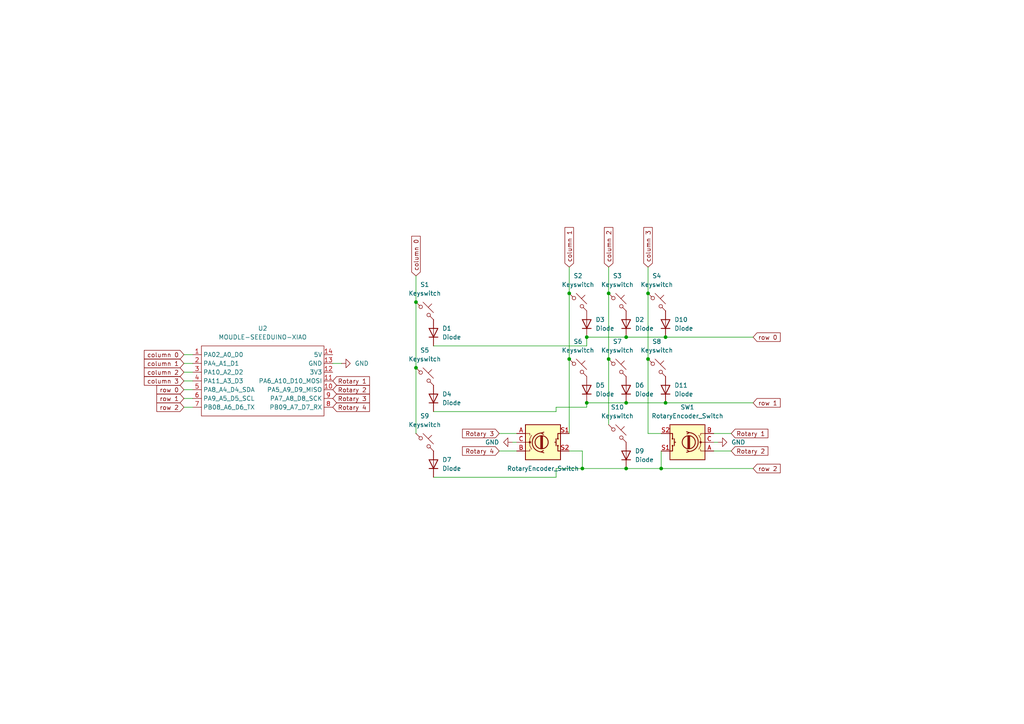
<source format=kicad_sch>
(kicad_sch
	(version 20231120)
	(generator "eeschema")
	(generator_version "8.0")
	(uuid "8f6061b9-6ba9-47dc-9113-7799c2e3b4d2")
	(paper "A4")
	(lib_symbols
		(symbol "Device:RotaryEncoder_Switch"
			(pin_names
				(offset 0.254) hide)
			(exclude_from_sim no)
			(in_bom yes)
			(on_board yes)
			(property "Reference" "SW"
				(at 0 6.604 0)
				(effects
					(font
						(size 1.27 1.27)
					)
				)
			)
			(property "Value" "RotaryEncoder_Switch"
				(at 0 -6.604 0)
				(effects
					(font
						(size 1.27 1.27)
					)
				)
			)
			(property "Footprint" ""
				(at -3.81 4.064 0)
				(effects
					(font
						(size 1.27 1.27)
					)
					(hide yes)
				)
			)
			(property "Datasheet" "~"
				(at 0 6.604 0)
				(effects
					(font
						(size 1.27 1.27)
					)
					(hide yes)
				)
			)
			(property "Description" "Rotary encoder, dual channel, incremental quadrate outputs, with switch"
				(at 0 0 0)
				(effects
					(font
						(size 1.27 1.27)
					)
					(hide yes)
				)
			)
			(property "ki_keywords" "rotary switch encoder switch push button"
				(at 0 0 0)
				(effects
					(font
						(size 1.27 1.27)
					)
					(hide yes)
				)
			)
			(property "ki_fp_filters" "RotaryEncoder*Switch*"
				(at 0 0 0)
				(effects
					(font
						(size 1.27 1.27)
					)
					(hide yes)
				)
			)
			(symbol "RotaryEncoder_Switch_0_1"
				(rectangle
					(start -5.08 5.08)
					(end 5.08 -5.08)
					(stroke
						(width 0.254)
						(type default)
					)
					(fill
						(type background)
					)
				)
				(circle
					(center -3.81 0)
					(radius 0.254)
					(stroke
						(width 0)
						(type default)
					)
					(fill
						(type outline)
					)
				)
				(circle
					(center -0.381 0)
					(radius 1.905)
					(stroke
						(width 0.254)
						(type default)
					)
					(fill
						(type none)
					)
				)
				(arc
					(start -0.381 2.667)
					(mid -3.0988 -0.0635)
					(end -0.381 -2.794)
					(stroke
						(width 0.254)
						(type default)
					)
					(fill
						(type none)
					)
				)
				(polyline
					(pts
						(xy -0.635 -1.778) (xy -0.635 1.778)
					)
					(stroke
						(width 0.254)
						(type default)
					)
					(fill
						(type none)
					)
				)
				(polyline
					(pts
						(xy -0.381 -1.778) (xy -0.381 1.778)
					)
					(stroke
						(width 0.254)
						(type default)
					)
					(fill
						(type none)
					)
				)
				(polyline
					(pts
						(xy -0.127 1.778) (xy -0.127 -1.778)
					)
					(stroke
						(width 0.254)
						(type default)
					)
					(fill
						(type none)
					)
				)
				(polyline
					(pts
						(xy 3.81 0) (xy 3.429 0)
					)
					(stroke
						(width 0.254)
						(type default)
					)
					(fill
						(type none)
					)
				)
				(polyline
					(pts
						(xy 3.81 1.016) (xy 3.81 -1.016)
					)
					(stroke
						(width 0.254)
						(type default)
					)
					(fill
						(type none)
					)
				)
				(polyline
					(pts
						(xy -5.08 -2.54) (xy -3.81 -2.54) (xy -3.81 -2.032)
					)
					(stroke
						(width 0)
						(type default)
					)
					(fill
						(type none)
					)
				)
				(polyline
					(pts
						(xy -5.08 2.54) (xy -3.81 2.54) (xy -3.81 2.032)
					)
					(stroke
						(width 0)
						(type default)
					)
					(fill
						(type none)
					)
				)
				(polyline
					(pts
						(xy 0.254 -3.048) (xy -0.508 -2.794) (xy 0.127 -2.413)
					)
					(stroke
						(width 0.254)
						(type default)
					)
					(fill
						(type none)
					)
				)
				(polyline
					(pts
						(xy 0.254 2.921) (xy -0.508 2.667) (xy 0.127 2.286)
					)
					(stroke
						(width 0.254)
						(type default)
					)
					(fill
						(type none)
					)
				)
				(polyline
					(pts
						(xy 5.08 -2.54) (xy 4.318 -2.54) (xy 4.318 -1.016)
					)
					(stroke
						(width 0.254)
						(type default)
					)
					(fill
						(type none)
					)
				)
				(polyline
					(pts
						(xy 5.08 2.54) (xy 4.318 2.54) (xy 4.318 1.016)
					)
					(stroke
						(width 0.254)
						(type default)
					)
					(fill
						(type none)
					)
				)
				(polyline
					(pts
						(xy -5.08 0) (xy -3.81 0) (xy -3.81 -1.016) (xy -3.302 -2.032)
					)
					(stroke
						(width 0)
						(type default)
					)
					(fill
						(type none)
					)
				)
				(polyline
					(pts
						(xy -4.318 0) (xy -3.81 0) (xy -3.81 1.016) (xy -3.302 2.032)
					)
					(stroke
						(width 0)
						(type default)
					)
					(fill
						(type none)
					)
				)
				(circle
					(center 4.318 -1.016)
					(radius 0.127)
					(stroke
						(width 0.254)
						(type default)
					)
					(fill
						(type none)
					)
				)
				(circle
					(center 4.318 1.016)
					(radius 0.127)
					(stroke
						(width 0.254)
						(type default)
					)
					(fill
						(type none)
					)
				)
			)
			(symbol "RotaryEncoder_Switch_1_1"
				(pin passive line
					(at -7.62 2.54 0)
					(length 2.54)
					(name "A"
						(effects
							(font
								(size 1.27 1.27)
							)
						)
					)
					(number "A"
						(effects
							(font
								(size 1.27 1.27)
							)
						)
					)
				)
				(pin passive line
					(at -7.62 -2.54 0)
					(length 2.54)
					(name "B"
						(effects
							(font
								(size 1.27 1.27)
							)
						)
					)
					(number "B"
						(effects
							(font
								(size 1.27 1.27)
							)
						)
					)
				)
				(pin passive line
					(at -7.62 0 0)
					(length 2.54)
					(name "C"
						(effects
							(font
								(size 1.27 1.27)
							)
						)
					)
					(number "C"
						(effects
							(font
								(size 1.27 1.27)
							)
						)
					)
				)
				(pin passive line
					(at 7.62 2.54 180)
					(length 2.54)
					(name "S1"
						(effects
							(font
								(size 1.27 1.27)
							)
						)
					)
					(number "S1"
						(effects
							(font
								(size 1.27 1.27)
							)
						)
					)
				)
				(pin passive line
					(at 7.62 -2.54 180)
					(length 2.54)
					(name "S2"
						(effects
							(font
								(size 1.27 1.27)
							)
						)
					)
					(number "S2"
						(effects
							(font
								(size 1.27 1.27)
							)
						)
					)
				)
			)
		)
		(symbol "blahaj:MOUDLE-SEEEDUINO-XIAO"
			(exclude_from_sim no)
			(in_bom yes)
			(on_board yes)
			(property "Reference" "U"
				(at -16.51 11.43 0)
				(effects
					(font
						(size 1.27 1.27)
					)
				)
			)
			(property "Value" "MOUDLE-SEEEDUINO-XIAO"
				(at -3.81 -11.43 0)
				(effects
					(font
						(size 1.27 1.27)
					)
				)
			)
			(property "Footprint" ""
				(at -16.51 2.54 0)
				(effects
					(font
						(size 1.27 1.27)
					)
					(hide yes)
				)
			)
			(property "Datasheet" ""
				(at -16.51 2.54 0)
				(effects
					(font
						(size 1.27 1.27)
					)
					(hide yes)
				)
			)
			(property "Description" ""
				(at 0 0 0)
				(effects
					(font
						(size 1.27 1.27)
					)
					(hide yes)
				)
			)
			(symbol "MOUDLE-SEEEDUINO-XIAO_0_1"
				(rectangle
					(start -16.51 10.16)
					(end 19.05 -10.16)
					(stroke
						(width 0)
						(type default)
					)
					(fill
						(type none)
					)
				)
			)
			(symbol "MOUDLE-SEEEDUINO-XIAO_1_1"
				(pin passive line
					(at -19.05 7.62 0)
					(length 2.54)
					(name "PA02_A0_D0"
						(effects
							(font
								(size 1.27 1.27)
							)
						)
					)
					(number "1"
						(effects
							(font
								(size 1.27 1.27)
							)
						)
					)
				)
				(pin passive line
					(at 21.59 -2.54 180)
					(length 2.54)
					(name "PA5_A9_D9_MISO"
						(effects
							(font
								(size 1.27 1.27)
							)
						)
					)
					(number "10"
						(effects
							(font
								(size 1.27 1.27)
							)
						)
					)
				)
				(pin passive line
					(at 21.59 0 180)
					(length 2.54)
					(name "PA6_A10_D10_MOSI"
						(effects
							(font
								(size 1.27 1.27)
							)
						)
					)
					(number "11"
						(effects
							(font
								(size 1.27 1.27)
							)
						)
					)
				)
				(pin passive line
					(at 21.59 2.54 180)
					(length 2.54)
					(name "3V3"
						(effects
							(font
								(size 1.27 1.27)
							)
						)
					)
					(number "12"
						(effects
							(font
								(size 1.27 1.27)
							)
						)
					)
				)
				(pin passive line
					(at 21.59 5.08 180)
					(length 2.54)
					(name "GND"
						(effects
							(font
								(size 1.27 1.27)
							)
						)
					)
					(number "13"
						(effects
							(font
								(size 1.27 1.27)
							)
						)
					)
				)
				(pin passive line
					(at 21.59 7.62 180)
					(length 2.54)
					(name "5V"
						(effects
							(font
								(size 1.27 1.27)
							)
						)
					)
					(number "14"
						(effects
							(font
								(size 1.27 1.27)
							)
						)
					)
				)
				(pin passive line
					(at -19.05 5.08 0)
					(length 2.54)
					(name "PA4_A1_D1"
						(effects
							(font
								(size 1.27 1.27)
							)
						)
					)
					(number "2"
						(effects
							(font
								(size 1.27 1.27)
							)
						)
					)
				)
				(pin passive line
					(at -19.05 2.54 0)
					(length 2.54)
					(name "PA10_A2_D2"
						(effects
							(font
								(size 1.27 1.27)
							)
						)
					)
					(number "3"
						(effects
							(font
								(size 1.27 1.27)
							)
						)
					)
				)
				(pin passive line
					(at -19.05 0 0)
					(length 2.54)
					(name "PA11_A3_D3"
						(effects
							(font
								(size 1.27 1.27)
							)
						)
					)
					(number "4"
						(effects
							(font
								(size 1.27 1.27)
							)
						)
					)
				)
				(pin passive line
					(at -19.05 -2.54 0)
					(length 2.54)
					(name "PA8_A4_D4_SDA"
						(effects
							(font
								(size 1.27 1.27)
							)
						)
					)
					(number "5"
						(effects
							(font
								(size 1.27 1.27)
							)
						)
					)
				)
				(pin passive line
					(at -19.05 -5.08 0)
					(length 2.54)
					(name "PA9_A5_D5_SCL"
						(effects
							(font
								(size 1.27 1.27)
							)
						)
					)
					(number "6"
						(effects
							(font
								(size 1.27 1.27)
							)
						)
					)
				)
				(pin passive line
					(at -19.05 -7.62 0)
					(length 2.54)
					(name "PB08_A6_D6_TX"
						(effects
							(font
								(size 1.27 1.27)
							)
						)
					)
					(number "7"
						(effects
							(font
								(size 1.27 1.27)
							)
						)
					)
				)
				(pin passive line
					(at 21.59 -7.62 180)
					(length 2.54)
					(name "PB09_A7_D7_RX"
						(effects
							(font
								(size 1.27 1.27)
							)
						)
					)
					(number "8"
						(effects
							(font
								(size 1.27 1.27)
							)
						)
					)
				)
				(pin passive line
					(at 21.59 -5.08 180)
					(length 2.54)
					(name "PA7_A8_D8_SCK"
						(effects
							(font
								(size 1.27 1.27)
							)
						)
					)
					(number "9"
						(effects
							(font
								(size 1.27 1.27)
							)
						)
					)
				)
			)
		)
		(symbol "power:GND"
			(power)
			(pin_numbers hide)
			(pin_names
				(offset 0) hide)
			(exclude_from_sim no)
			(in_bom yes)
			(on_board yes)
			(property "Reference" "#PWR"
				(at 0 -6.35 0)
				(effects
					(font
						(size 1.27 1.27)
					)
					(hide yes)
				)
			)
			(property "Value" "GND"
				(at 0 -3.81 0)
				(effects
					(font
						(size 1.27 1.27)
					)
				)
			)
			(property "Footprint" ""
				(at 0 0 0)
				(effects
					(font
						(size 1.27 1.27)
					)
					(hide yes)
				)
			)
			(property "Datasheet" ""
				(at 0 0 0)
				(effects
					(font
						(size 1.27 1.27)
					)
					(hide yes)
				)
			)
			(property "Description" "Power symbol creates a global label with name \"GND\" , ground"
				(at 0 0 0)
				(effects
					(font
						(size 1.27 1.27)
					)
					(hide yes)
				)
			)
			(property "ki_keywords" "global power"
				(at 0 0 0)
				(effects
					(font
						(size 1.27 1.27)
					)
					(hide yes)
				)
			)
			(symbol "GND_0_1"
				(polyline
					(pts
						(xy 0 0) (xy 0 -1.27) (xy 1.27 -1.27) (xy 0 -2.54) (xy -1.27 -1.27) (xy 0 -1.27)
					)
					(stroke
						(width 0)
						(type default)
					)
					(fill
						(type none)
					)
				)
			)
			(symbol "GND_1_1"
				(pin power_in line
					(at 0 0 270)
					(length 0)
					(name "~"
						(effects
							(font
								(size 1.27 1.27)
							)
						)
					)
					(number "1"
						(effects
							(font
								(size 1.27 1.27)
							)
						)
					)
				)
			)
		)
		(symbol "scottosymbols:Placeholder_Diode"
			(pin_numbers hide)
			(pin_names hide)
			(exclude_from_sim no)
			(in_bom yes)
			(on_board yes)
			(property "Reference" "D"
				(at 0 2.54 0)
				(effects
					(font
						(size 1.27 1.27)
					)
				)
			)
			(property "Value" "Diode"
				(at 0 -2.54 0)
				(effects
					(font
						(size 1.27 1.27)
					)
				)
			)
			(property "Footprint" ""
				(at 0 0 0)
				(effects
					(font
						(size 1.27 1.27)
					)
					(hide yes)
				)
			)
			(property "Datasheet" ""
				(at 0 0 0)
				(effects
					(font
						(size 1.27 1.27)
					)
					(hide yes)
				)
			)
			(property "Description" "1N4148 (DO-35) or 1N4148W (SOD-123)"
				(at 0 0 0)
				(effects
					(font
						(size 1.27 1.27)
					)
					(hide yes)
				)
			)
			(property "Sim.Device" "D"
				(at 0 0 0)
				(effects
					(font
						(size 1.27 1.27)
					)
					(hide yes)
				)
			)
			(property "Sim.Pins" "1=K 2=A"
				(at 0 0 0)
				(effects
					(font
						(size 1.27 1.27)
					)
					(hide yes)
				)
			)
			(property "ki_keywords" "diode"
				(at 0 0 0)
				(effects
					(font
						(size 1.27 1.27)
					)
					(hide yes)
				)
			)
			(property "ki_fp_filters" "D*DO?35*"
				(at 0 0 0)
				(effects
					(font
						(size 1.27 1.27)
					)
					(hide yes)
				)
			)
			(symbol "Placeholder_Diode_0_1"
				(polyline
					(pts
						(xy -1.27 1.27) (xy -1.27 -1.27)
					)
					(stroke
						(width 0.254)
						(type default)
					)
					(fill
						(type none)
					)
				)
				(polyline
					(pts
						(xy 1.27 0) (xy -1.27 0)
					)
					(stroke
						(width 0)
						(type default)
					)
					(fill
						(type none)
					)
				)
				(polyline
					(pts
						(xy 1.27 1.27) (xy 1.27 -1.27) (xy -1.27 0) (xy 1.27 1.27)
					)
					(stroke
						(width 0.254)
						(type default)
					)
					(fill
						(type none)
					)
				)
			)
			(symbol "Placeholder_Diode_1_1"
				(pin passive line
					(at -3.81 0 0)
					(length 2.54)
					(name "K"
						(effects
							(font
								(size 1.27 1.27)
							)
						)
					)
					(number "1"
						(effects
							(font
								(size 1.27 1.27)
							)
						)
					)
				)
				(pin passive line
					(at 3.81 0 180)
					(length 2.54)
					(name "A"
						(effects
							(font
								(size 1.27 1.27)
							)
						)
					)
					(number "2"
						(effects
							(font
								(size 1.27 1.27)
							)
						)
					)
				)
			)
		)
		(symbol "scottosymbols:Placeholder_Keyswitch"
			(pin_numbers hide)
			(pin_names
				(offset 1.016) hide)
			(exclude_from_sim no)
			(in_bom yes)
			(on_board yes)
			(property "Reference" "S"
				(at 3.048 1.016 0)
				(effects
					(font
						(size 1.27 1.27)
					)
					(justify left)
				)
			)
			(property "Value" "Keyswitch"
				(at 0 -3.81 0)
				(effects
					(font
						(size 1.27 1.27)
					)
				)
			)
			(property "Footprint" ""
				(at 0 0 0)
				(effects
					(font
						(size 1.27 1.27)
					)
					(hide yes)
				)
			)
			(property "Datasheet" "~"
				(at 0 0 0)
				(effects
					(font
						(size 1.27 1.27)
					)
					(hide yes)
				)
			)
			(property "Description" "Push button switch, normally open, two pins, 45° tilted"
				(at 0 0 0)
				(effects
					(font
						(size 1.27 1.27)
					)
					(hide yes)
				)
			)
			(property "ki_keywords" "switch normally-open pushbutton push-button"
				(at 0 0 0)
				(effects
					(font
						(size 1.27 1.27)
					)
					(hide yes)
				)
			)
			(symbol "Placeholder_Keyswitch_0_1"
				(circle
					(center -1.1684 1.1684)
					(radius 0.508)
					(stroke
						(width 0)
						(type default)
					)
					(fill
						(type none)
					)
				)
				(polyline
					(pts
						(xy -0.508 2.54) (xy 2.54 -0.508)
					)
					(stroke
						(width 0)
						(type default)
					)
					(fill
						(type none)
					)
				)
				(polyline
					(pts
						(xy 1.016 1.016) (xy 2.032 2.032)
					)
					(stroke
						(width 0)
						(type default)
					)
					(fill
						(type none)
					)
				)
				(polyline
					(pts
						(xy -2.54 2.54) (xy -1.524 1.524) (xy -1.524 1.524)
					)
					(stroke
						(width 0)
						(type default)
					)
					(fill
						(type none)
					)
				)
				(polyline
					(pts
						(xy 1.524 -1.524) (xy 2.54 -2.54) (xy 2.54 -2.54) (xy 2.54 -2.54)
					)
					(stroke
						(width 0)
						(type default)
					)
					(fill
						(type none)
					)
				)
				(circle
					(center 1.143 -1.1938)
					(radius 0.508)
					(stroke
						(width 0)
						(type default)
					)
					(fill
						(type none)
					)
				)
				(pin passive line
					(at -2.54 2.54 0)
					(length 0)
					(name "1"
						(effects
							(font
								(size 1.27 1.27)
							)
						)
					)
					(number "1"
						(effects
							(font
								(size 1.27 1.27)
							)
						)
					)
				)
				(pin passive line
					(at 2.54 -2.54 180)
					(length 0)
					(name "2"
						(effects
							(font
								(size 1.27 1.27)
							)
						)
					)
					(number "2"
						(effects
							(font
								(size 1.27 1.27)
							)
						)
					)
				)
			)
		)
	)
	(junction
		(at 181.61 97.79)
		(diameter 0)
		(color 0 0 0 0)
		(uuid "105885d4-0d6a-4d64-891f-8e7ca384aba5")
	)
	(junction
		(at 176.53 85.09)
		(diameter 0)
		(color 0 0 0 0)
		(uuid "169a5dd2-cc51-4a0d-a518-691e114a862c")
	)
	(junction
		(at 187.96 85.09)
		(diameter 0)
		(color 0 0 0 0)
		(uuid "2226b73c-5ef8-48ee-a8ae-72bc9d5d8383")
	)
	(junction
		(at 181.61 116.84)
		(diameter 0)
		(color 0 0 0 0)
		(uuid "3230deaf-fbec-4ca0-9f47-157a0da450e9")
	)
	(junction
		(at 193.04 116.84)
		(diameter 0)
		(color 0 0 0 0)
		(uuid "452a6327-85e3-430e-98a0-9cc11e30b5bf")
	)
	(junction
		(at 165.1 104.14)
		(diameter 0)
		(color 0 0 0 0)
		(uuid "515d639c-1d3d-4cb4-8762-4b688b391f51")
	)
	(junction
		(at 120.65 106.68)
		(diameter 0)
		(color 0 0 0 0)
		(uuid "6d300578-c356-40a5-9a55-3b1339feeec4")
	)
	(junction
		(at 193.04 97.79)
		(diameter 0)
		(color 0 0 0 0)
		(uuid "ac1e9ca7-4ba1-4f1a-920d-81c01044ce52")
	)
	(junction
		(at 170.18 97.79)
		(diameter 0)
		(color 0 0 0 0)
		(uuid "bef5b69d-f54b-442c-ab1e-23e429f83a06")
	)
	(junction
		(at 181.61 135.89)
		(diameter 0)
		(color 0 0 0 0)
		(uuid "c2e431c4-8856-4e98-98e3-eae73437e3e5")
	)
	(junction
		(at 168.91 135.89)
		(diameter 0)
		(color 0 0 0 0)
		(uuid "c4c39bf4-6067-46ca-9f21-6a469b4ba4d0")
	)
	(junction
		(at 165.1 85.09)
		(diameter 0)
		(color 0 0 0 0)
		(uuid "c514a3c8-9172-4395-96bf-d65aa1c4e5a2")
	)
	(junction
		(at 176.53 104.14)
		(diameter 0)
		(color 0 0 0 0)
		(uuid "caa0ee94-eb4c-4242-835c-dcf44a299aa4")
	)
	(junction
		(at 187.96 104.14)
		(diameter 0)
		(color 0 0 0 0)
		(uuid "cae68e9b-ce2b-4301-a03e-36c237c5e3b3")
	)
	(junction
		(at 170.18 116.84)
		(diameter 0)
		(color 0 0 0 0)
		(uuid "e143816d-a8cd-4c30-8240-4abc5fd9e97a")
	)
	(junction
		(at 120.65 87.63)
		(diameter 0)
		(color 0 0 0 0)
		(uuid "eaa16106-5cf1-4dba-acfe-9c825b1cf3e0")
	)
	(junction
		(at 191.77 135.89)
		(diameter 0)
		(color 0 0 0 0)
		(uuid "eff939eb-0c0a-4d53-8745-2c6926257db9")
	)
	(wire
		(pts
			(xy 207.01 130.81) (xy 212.09 130.81)
		)
		(stroke
			(width 0)
			(type default)
		)
		(uuid "0178c0df-a939-43db-aefc-6bd33ef9e9d1")
	)
	(wire
		(pts
			(xy 170.18 100.33) (xy 170.18 97.79)
		)
		(stroke
			(width 0)
			(type default)
		)
		(uuid "03adeb4d-c9cd-428a-8ad4-e036378e4065")
	)
	(wire
		(pts
			(xy 191.77 130.81) (xy 191.77 135.89)
		)
		(stroke
			(width 0)
			(type default)
		)
		(uuid "16171dfb-1065-4479-ae6c-ae0c1ad4a3f2")
	)
	(wire
		(pts
			(xy 120.65 80.01) (xy 120.65 87.63)
		)
		(stroke
			(width 0)
			(type default)
		)
		(uuid "1a419692-7d61-48fe-9aae-8ebe131cea35")
	)
	(wire
		(pts
			(xy 53.34 118.11) (xy 55.88 118.11)
		)
		(stroke
			(width 0)
			(type default)
		)
		(uuid "1c02fe1d-326c-4612-b8c6-32b39cef937b")
	)
	(wire
		(pts
			(xy 165.1 77.47) (xy 165.1 85.09)
		)
		(stroke
			(width 0)
			(type default)
		)
		(uuid "1c40b2b9-dc2b-46ce-a60f-71a909b65a7d")
	)
	(wire
		(pts
			(xy 125.73 100.33) (xy 170.18 100.33)
		)
		(stroke
			(width 0)
			(type default)
		)
		(uuid "21330b86-7b9e-4ff7-9a59-22a4736d21b2")
	)
	(wire
		(pts
			(xy 207.01 125.73) (xy 212.09 125.73)
		)
		(stroke
			(width 0)
			(type default)
		)
		(uuid "29a721e4-c86b-4b55-b7e7-ed7db6ddfb84")
	)
	(wire
		(pts
			(xy 218.44 97.79) (xy 193.04 97.79)
		)
		(stroke
			(width 0)
			(type default)
		)
		(uuid "318a0196-ebe6-47fb-a66b-691b2e2d847d")
	)
	(wire
		(pts
			(xy 207.01 128.27) (xy 208.28 128.27)
		)
		(stroke
			(width 0)
			(type default)
		)
		(uuid "38353887-0ad8-4d81-9c29-f9c4847336ce")
	)
	(wire
		(pts
			(xy 125.73 138.43) (xy 161.29 138.43)
		)
		(stroke
			(width 0)
			(type default)
		)
		(uuid "40a3dd90-d148-4d3d-8474-06e2660582b0")
	)
	(wire
		(pts
			(xy 187.96 125.73) (xy 191.77 125.73)
		)
		(stroke
			(width 0)
			(type default)
		)
		(uuid "4116c7b7-d5cd-48ea-93c4-f273b9caac1d")
	)
	(wire
		(pts
			(xy 168.91 130.81) (xy 168.91 135.89)
		)
		(stroke
			(width 0)
			(type default)
		)
		(uuid "41f38b0b-532f-4d33-8568-9ae7e4b91d13")
	)
	(wire
		(pts
			(xy 193.04 97.79) (xy 181.61 97.79)
		)
		(stroke
			(width 0)
			(type default)
		)
		(uuid "42da25be-e16d-40b9-bde9-db80437bfbc1")
	)
	(wire
		(pts
			(xy 165.1 104.14) (xy 165.1 125.73)
		)
		(stroke
			(width 0)
			(type default)
		)
		(uuid "4486327f-02b3-42ec-9380-d3bd31ab69b7")
	)
	(wire
		(pts
			(xy 149.86 130.81) (xy 144.78 130.81)
		)
		(stroke
			(width 0)
			(type default)
		)
		(uuid "45e3f368-76f8-463d-a97d-b358cde0b0e3")
	)
	(wire
		(pts
			(xy 53.34 102.87) (xy 55.88 102.87)
		)
		(stroke
			(width 0)
			(type default)
		)
		(uuid "4b025712-5c0c-4c3a-affd-54183011243f")
	)
	(wire
		(pts
			(xy 149.86 128.27) (xy 148.59 128.27)
		)
		(stroke
			(width 0)
			(type default)
		)
		(uuid "4b8ea2aa-b343-4569-a13c-d2969467efec")
	)
	(wire
		(pts
			(xy 53.34 110.49) (xy 55.88 110.49)
		)
		(stroke
			(width 0)
			(type default)
		)
		(uuid "4ddd92ed-c681-4976-bdc1-22f7fbda26eb")
	)
	(wire
		(pts
			(xy 181.61 135.89) (xy 191.77 135.89)
		)
		(stroke
			(width 0)
			(type default)
		)
		(uuid "56c0b538-efe5-4be1-be9f-19d620536718")
	)
	(wire
		(pts
			(xy 176.53 77.47) (xy 176.53 85.09)
		)
		(stroke
			(width 0)
			(type default)
		)
		(uuid "61016dff-43ee-4642-9784-fe69ce6245cd")
	)
	(wire
		(pts
			(xy 161.29 135.89) (xy 168.91 135.89)
		)
		(stroke
			(width 0)
			(type default)
		)
		(uuid "65cc81ea-7585-4df3-9eba-0ff73a8c4f7f")
	)
	(wire
		(pts
			(xy 187.96 85.09) (xy 187.96 104.14)
		)
		(stroke
			(width 0)
			(type default)
		)
		(uuid "6801f511-3318-4d73-8d0a-089779e8bd61")
	)
	(wire
		(pts
			(xy 168.91 130.81) (xy 165.1 130.81)
		)
		(stroke
			(width 0)
			(type default)
		)
		(uuid "733f8e9e-92d6-423c-a1cc-17f064f8c4d3")
	)
	(wire
		(pts
			(xy 176.53 104.14) (xy 176.53 123.19)
		)
		(stroke
			(width 0)
			(type default)
		)
		(uuid "76318fbd-668f-46cb-b05e-02b09947bef6")
	)
	(wire
		(pts
			(xy 170.18 118.11) (xy 170.18 116.84)
		)
		(stroke
			(width 0)
			(type default)
		)
		(uuid "7a81c781-3bef-4e51-b4fb-9d7249973db0")
	)
	(wire
		(pts
			(xy 191.77 135.89) (xy 218.44 135.89)
		)
		(stroke
			(width 0)
			(type default)
		)
		(uuid "832e1f03-69c4-462c-8267-fe275da347ff")
	)
	(wire
		(pts
			(xy 170.18 116.84) (xy 181.61 116.84)
		)
		(stroke
			(width 0)
			(type default)
		)
		(uuid "8a05201a-2683-42d4-a284-53660ac4412c")
	)
	(wire
		(pts
			(xy 53.34 113.03) (xy 55.88 113.03)
		)
		(stroke
			(width 0)
			(type default)
		)
		(uuid "8dbc3cb6-13a4-431f-9da6-e56f8b8ff0d7")
	)
	(wire
		(pts
			(xy 120.65 87.63) (xy 120.65 106.68)
		)
		(stroke
			(width 0)
			(type default)
		)
		(uuid "91191a82-f9d2-4e00-8c97-f6b7dd9c227a")
	)
	(wire
		(pts
			(xy 165.1 85.09) (xy 165.1 104.14)
		)
		(stroke
			(width 0)
			(type default)
		)
		(uuid "9a970a43-b77f-4f29-8035-8609238f85cb")
	)
	(wire
		(pts
			(xy 120.65 106.68) (xy 120.65 125.73)
		)
		(stroke
			(width 0)
			(type default)
		)
		(uuid "9b27022b-9d60-4f8e-90f3-fd1eef0ceddf")
	)
	(wire
		(pts
			(xy 170.18 97.79) (xy 181.61 97.79)
		)
		(stroke
			(width 0)
			(type default)
		)
		(uuid "9bb83cd4-c166-4ec6-8c08-068256e24fa8")
	)
	(wire
		(pts
			(xy 161.29 118.11) (xy 170.18 118.11)
		)
		(stroke
			(width 0)
			(type default)
		)
		(uuid "a0936226-42ae-4a29-93d0-6f0e3dfe2432")
	)
	(wire
		(pts
			(xy 193.04 116.84) (xy 181.61 116.84)
		)
		(stroke
			(width 0)
			(type default)
		)
		(uuid "a2340c14-4b18-4dd1-b4ec-1e38a0085e31")
	)
	(wire
		(pts
			(xy 149.86 125.73) (xy 144.78 125.73)
		)
		(stroke
			(width 0)
			(type default)
		)
		(uuid "a82bc678-e778-4375-85be-c8bcda9e2d69")
	)
	(wire
		(pts
			(xy 176.53 85.09) (xy 176.53 104.14)
		)
		(stroke
			(width 0)
			(type default)
		)
		(uuid "ab49dc34-62e8-4ece-87c8-f85a8b22c00a")
	)
	(wire
		(pts
			(xy 53.34 107.95) (xy 55.88 107.95)
		)
		(stroke
			(width 0)
			(type default)
		)
		(uuid "ac93eadb-aac2-479b-9c28-64fc4b546193")
	)
	(wire
		(pts
			(xy 187.96 104.14) (xy 187.96 125.73)
		)
		(stroke
			(width 0)
			(type default)
		)
		(uuid "b6609ad9-53d1-43c7-8993-f4005b36dc9c")
	)
	(wire
		(pts
			(xy 218.44 116.84) (xy 193.04 116.84)
		)
		(stroke
			(width 0)
			(type default)
		)
		(uuid "bfd956a5-c7e7-4234-a5fc-556f848e6276")
	)
	(wire
		(pts
			(xy 187.96 77.47) (xy 187.96 85.09)
		)
		(stroke
			(width 0)
			(type default)
		)
		(uuid "c12f8695-db99-47ae-b58c-5fd26ad06491")
	)
	(wire
		(pts
			(xy 161.29 138.43) (xy 161.29 135.89)
		)
		(stroke
			(width 0)
			(type default)
		)
		(uuid "c2d1459a-4b56-4120-a147-4b21a0224ce7")
	)
	(wire
		(pts
			(xy 96.52 105.41) (xy 99.06 105.41)
		)
		(stroke
			(width 0)
			(type default)
		)
		(uuid "c7a739f9-e286-451b-876e-d4768c5fff28")
	)
	(wire
		(pts
			(xy 161.29 119.38) (xy 161.29 118.11)
		)
		(stroke
			(width 0)
			(type default)
		)
		(uuid "d5b4adea-b407-4bfa-8adb-e9aa0941b0d0")
	)
	(wire
		(pts
			(xy 53.34 105.41) (xy 55.88 105.41)
		)
		(stroke
			(width 0)
			(type default)
		)
		(uuid "d8564459-30e2-40f9-b0c9-351de67b7be8")
	)
	(wire
		(pts
			(xy 168.91 135.89) (xy 181.61 135.89)
		)
		(stroke
			(width 0)
			(type default)
		)
		(uuid "dddd8585-93e3-4b99-a345-4181c76c2d10")
	)
	(wire
		(pts
			(xy 125.73 119.38) (xy 161.29 119.38)
		)
		(stroke
			(width 0)
			(type default)
		)
		(uuid "e4c0e064-1c36-4acc-8cf0-cc97bc6e2bfa")
	)
	(wire
		(pts
			(xy 53.34 115.57) (xy 55.88 115.57)
		)
		(stroke
			(width 0)
			(type default)
		)
		(uuid "e584bcf5-8c9f-41bc-9583-42141a594ce9")
	)
	(global_label "column 1"
		(shape input)
		(at 53.34 105.41 180)
		(fields_autoplaced yes)
		(effects
			(font
				(size 1.27 1.27)
			)
			(justify right)
		)
		(uuid "0856cc42-fc31-43b2-b8e9-8fc5f0df983d")
		(property "Intersheetrefs" "${INTERSHEET_REFS}"
			(at 41.2836 105.41 0)
			(effects
				(font
					(size 1.27 1.27)
				)
				(justify right)
				(hide yes)
			)
		)
	)
	(global_label "row 1"
		(shape input)
		(at 218.44 116.84 0)
		(fields_autoplaced yes)
		(effects
			(font
				(size 1.27 1.27)
			)
			(justify left)
		)
		(uuid "0b2c9cdf-422e-47a5-a685-0417b9096b56")
		(property "Intersheetrefs" "${INTERSHEET_REFS}"
			(at 226.868 116.84 0)
			(effects
				(font
					(size 1.27 1.27)
				)
				(justify left)
				(hide yes)
			)
		)
	)
	(global_label "row 0"
		(shape input)
		(at 53.34 113.03 180)
		(fields_autoplaced yes)
		(effects
			(font
				(size 1.27 1.27)
			)
			(justify right)
		)
		(uuid "0ccccdd6-9229-47d9-a6f9-aef994882e25")
		(property "Intersheetrefs" "${INTERSHEET_REFS}"
			(at 44.912 113.03 0)
			(effects
				(font
					(size 1.27 1.27)
				)
				(justify right)
				(hide yes)
			)
		)
	)
	(global_label "Rotary 3"
		(shape input)
		(at 144.78 125.73 180)
		(fields_autoplaced yes)
		(effects
			(font
				(size 1.27 1.27)
			)
			(justify right)
		)
		(uuid "1657e886-05cf-4898-bf79-7ac9afe51456")
		(property "Intersheetrefs" "${INTERSHEET_REFS}"
			(at 133.5702 125.73 0)
			(effects
				(font
					(size 1.27 1.27)
				)
				(justify right)
				(hide yes)
			)
		)
	)
	(global_label "Rotary 1"
		(shape input)
		(at 96.52 110.49 0)
		(fields_autoplaced yes)
		(effects
			(font
				(size 1.27 1.27)
			)
			(justify left)
		)
		(uuid "22b0454d-bd2c-4a8e-8ade-eee0f0bd6ede")
		(property "Intersheetrefs" "${INTERSHEET_REFS}"
			(at 107.7298 110.49 0)
			(effects
				(font
					(size 1.27 1.27)
				)
				(justify left)
				(hide yes)
			)
		)
	)
	(global_label "Rotary 3"
		(shape input)
		(at 96.52 115.57 0)
		(fields_autoplaced yes)
		(effects
			(font
				(size 1.27 1.27)
			)
			(justify left)
		)
		(uuid "29b49eda-a208-4f5b-9eb0-8f0b6d143d87")
		(property "Intersheetrefs" "${INTERSHEET_REFS}"
			(at 107.7298 115.57 0)
			(effects
				(font
					(size 1.27 1.27)
				)
				(justify left)
				(hide yes)
			)
		)
	)
	(global_label "column 3"
		(shape input)
		(at 53.34 110.49 180)
		(fields_autoplaced yes)
		(effects
			(font
				(size 1.27 1.27)
			)
			(justify right)
		)
		(uuid "62cc2ff4-6c79-4964-8f36-75e6c1635b49")
		(property "Intersheetrefs" "${INTERSHEET_REFS}"
			(at 41.2836 110.49 0)
			(effects
				(font
					(size 1.27 1.27)
				)
				(justify right)
				(hide yes)
			)
		)
	)
	(global_label "column 2"
		(shape input)
		(at 53.34 107.95 180)
		(fields_autoplaced yes)
		(effects
			(font
				(size 1.27 1.27)
			)
			(justify right)
		)
		(uuid "62e94b38-e31e-41a3-95dd-bfbf6883c79f")
		(property "Intersheetrefs" "${INTERSHEET_REFS}"
			(at 41.2836 107.95 0)
			(effects
				(font
					(size 1.27 1.27)
				)
				(justify right)
				(hide yes)
			)
		)
	)
	(global_label "row 2"
		(shape input)
		(at 218.44 135.89 0)
		(fields_autoplaced yes)
		(effects
			(font
				(size 1.27 1.27)
			)
			(justify left)
		)
		(uuid "845ebbb8-558a-4ed5-8590-ead63a67a648")
		(property "Intersheetrefs" "${INTERSHEET_REFS}"
			(at 226.868 135.89 0)
			(effects
				(font
					(size 1.27 1.27)
				)
				(justify left)
				(hide yes)
			)
		)
	)
	(global_label "column 2"
		(shape input)
		(at 176.53 77.47 90)
		(fields_autoplaced yes)
		(effects
			(font
				(size 1.27 1.27)
			)
			(justify left)
		)
		(uuid "880c40db-8095-448c-bed2-afbb2cbcb92f")
		(property "Intersheetrefs" "${INTERSHEET_REFS}"
			(at 176.53 65.4136 90)
			(effects
				(font
					(size 1.27 1.27)
				)
				(justify left)
				(hide yes)
			)
		)
	)
	(global_label "column 3"
		(shape input)
		(at 187.96 77.47 90)
		(fields_autoplaced yes)
		(effects
			(font
				(size 1.27 1.27)
			)
			(justify left)
		)
		(uuid "9750db78-0782-451b-b174-d72b09ad7efc")
		(property "Intersheetrefs" "${INTERSHEET_REFS}"
			(at 187.96 65.4136 90)
			(effects
				(font
					(size 1.27 1.27)
				)
				(justify left)
				(hide yes)
			)
		)
	)
	(global_label "row 2"
		(shape input)
		(at 53.34 118.11 180)
		(fields_autoplaced yes)
		(effects
			(font
				(size 1.27 1.27)
			)
			(justify right)
		)
		(uuid "a163cccb-2b3c-42a3-bb3b-a9005163b21b")
		(property "Intersheetrefs" "${INTERSHEET_REFS}"
			(at 44.912 118.11 0)
			(effects
				(font
					(size 1.27 1.27)
				)
				(justify right)
				(hide yes)
			)
		)
	)
	(global_label "column 1"
		(shape input)
		(at 165.1 77.47 90)
		(fields_autoplaced yes)
		(effects
			(font
				(size 1.27 1.27)
			)
			(justify left)
		)
		(uuid "a3ffebc9-3d04-42f4-b37c-0dd614b3b7d0")
		(property "Intersheetrefs" "${INTERSHEET_REFS}"
			(at 165.1 65.4136 90)
			(effects
				(font
					(size 1.27 1.27)
				)
				(justify left)
				(hide yes)
			)
		)
	)
	(global_label "column 0"
		(shape input)
		(at 53.34 102.87 180)
		(fields_autoplaced yes)
		(effects
			(font
				(size 1.27 1.27)
			)
			(justify right)
		)
		(uuid "ab2856e1-adc7-47e4-8419-2017185d4cc2")
		(property "Intersheetrefs" "${INTERSHEET_REFS}"
			(at 41.2836 102.87 0)
			(effects
				(font
					(size 1.27 1.27)
				)
				(justify right)
				(hide yes)
			)
		)
	)
	(global_label "Rotary 4"
		(shape input)
		(at 144.78 130.81 180)
		(fields_autoplaced yes)
		(effects
			(font
				(size 1.27 1.27)
			)
			(justify right)
		)
		(uuid "ad2e1ee7-72df-401d-8c15-1e7a0c97e013")
		(property "Intersheetrefs" "${INTERSHEET_REFS}"
			(at 133.5702 130.81 0)
			(effects
				(font
					(size 1.27 1.27)
				)
				(justify right)
				(hide yes)
			)
		)
	)
	(global_label "Rotary 2"
		(shape input)
		(at 96.52 113.03 0)
		(fields_autoplaced yes)
		(effects
			(font
				(size 1.27 1.27)
			)
			(justify left)
		)
		(uuid "c4366573-6e0e-4740-b767-a2f0b0307841")
		(property "Intersheetrefs" "${INTERSHEET_REFS}"
			(at 107.7298 113.03 0)
			(effects
				(font
					(size 1.27 1.27)
				)
				(justify left)
				(hide yes)
			)
		)
	)
	(global_label "Rotary 1"
		(shape input)
		(at 212.09 125.73 0)
		(fields_autoplaced yes)
		(effects
			(font
				(size 1.27 1.27)
			)
			(justify left)
		)
		(uuid "ce6150e3-96f7-4cc2-831d-5f8cfa2fb404")
		(property "Intersheetrefs" "${INTERSHEET_REFS}"
			(at 223.2998 125.73 0)
			(effects
				(font
					(size 1.27 1.27)
				)
				(justify left)
				(hide yes)
			)
		)
	)
	(global_label "column 0"
		(shape input)
		(at 120.65 80.01 90)
		(fields_autoplaced yes)
		(effects
			(font
				(size 1.27 1.27)
			)
			(justify left)
		)
		(uuid "de261aaa-a963-4c30-bc06-57f33961fb8c")
		(property "Intersheetrefs" "${INTERSHEET_REFS}"
			(at 120.65 67.9536 90)
			(effects
				(font
					(size 1.27 1.27)
				)
				(justify left)
				(hide yes)
			)
		)
	)
	(global_label "Rotary 4"
		(shape input)
		(at 96.52 118.11 0)
		(fields_autoplaced yes)
		(effects
			(font
				(size 1.27 1.27)
			)
			(justify left)
		)
		(uuid "e116fefb-e3fd-4c9e-9079-e8f26048b5c7")
		(property "Intersheetrefs" "${INTERSHEET_REFS}"
			(at 107.7298 118.11 0)
			(effects
				(font
					(size 1.27 1.27)
				)
				(justify left)
				(hide yes)
			)
		)
	)
	(global_label "Rotary 2"
		(shape input)
		(at 212.09 130.81 0)
		(fields_autoplaced yes)
		(effects
			(font
				(size 1.27 1.27)
			)
			(justify left)
		)
		(uuid "e1bf13c5-16fa-455f-8fd8-681f00524b2a")
		(property "Intersheetrefs" "${INTERSHEET_REFS}"
			(at 223.2998 130.81 0)
			(effects
				(font
					(size 1.27 1.27)
				)
				(justify left)
				(hide yes)
			)
		)
	)
	(global_label "row 0"
		(shape input)
		(at 218.44 97.79 0)
		(fields_autoplaced yes)
		(effects
			(font
				(size 1.27 1.27)
			)
			(justify left)
		)
		(uuid "eff716c5-c78d-4bd4-96c0-255403001ffa")
		(property "Intersheetrefs" "${INTERSHEET_REFS}"
			(at 226.868 97.79 0)
			(effects
				(font
					(size 1.27 1.27)
				)
				(justify left)
				(hide yes)
			)
		)
	)
	(global_label "row 1"
		(shape input)
		(at 53.34 115.57 180)
		(fields_autoplaced yes)
		(effects
			(font
				(size 1.27 1.27)
			)
			(justify right)
		)
		(uuid "f5d417d8-abd8-49c1-8bb5-ef31df6df46e")
		(property "Intersheetrefs" "${INTERSHEET_REFS}"
			(at 44.912 115.57 0)
			(effects
				(font
					(size 1.27 1.27)
				)
				(justify right)
				(hide yes)
			)
		)
	)
	(symbol
		(lib_id "scottosymbols:Placeholder_Keyswitch")
		(at 179.07 125.73 0)
		(unit 1)
		(exclude_from_sim no)
		(in_bom yes)
		(on_board yes)
		(dnp no)
		(fields_autoplaced yes)
		(uuid "044d5956-9bba-4ef1-bbd1-fd8797deb565")
		(property "Reference" "S10"
			(at 179.07 118.11 0)
			(effects
				(font
					(size 1.27 1.27)
				)
			)
		)
		(property "Value" "Keyswitch"
			(at 179.07 120.65 0)
			(effects
				(font
					(size 1.27 1.27)
				)
			)
		)
		(property "Footprint" "ScottoKeebs_MX:MX_PCB_1.00u"
			(at 179.07 125.73 0)
			(effects
				(font
					(size 1.27 1.27)
				)
				(hide yes)
			)
		)
		(property "Datasheet" "~"
			(at 179.07 125.73 0)
			(effects
				(font
					(size 1.27 1.27)
				)
				(hide yes)
			)
		)
		(property "Description" "Push button switch, normally open, two pins, 45° tilted"
			(at 179.07 125.73 0)
			(effects
				(font
					(size 1.27 1.27)
				)
				(hide yes)
			)
		)
		(pin "1"
			(uuid "6ffd0ecd-5d28-4e7f-86ed-9b7c302f30b6")
		)
		(pin "2"
			(uuid "10ab9d94-198f-4a1e-9e39-2fb90eacf74b")
		)
		(instances
			(project "keyboard tutorial"
				(path "/8f6061b9-6ba9-47dc-9113-7799c2e3b4d2"
					(reference "S10")
					(unit 1)
				)
			)
		)
	)
	(symbol
		(lib_id "scottosymbols:Placeholder_Diode")
		(at 125.73 115.57 90)
		(unit 1)
		(exclude_from_sim no)
		(in_bom yes)
		(on_board yes)
		(dnp no)
		(fields_autoplaced yes)
		(uuid "086f7d95-7c24-472c-a6a3-601790df4650")
		(property "Reference" "D4"
			(at 128.27 114.2999 90)
			(effects
				(font
					(size 1.27 1.27)
				)
				(justify right)
			)
		)
		(property "Value" "Diode"
			(at 128.27 116.8399 90)
			(effects
				(font
					(size 1.27 1.27)
				)
				(justify right)
			)
		)
		(property "Footprint" "ScottoKeebs_Components:Diode_DO-35"
			(at 125.73 115.57 0)
			(effects
				(font
					(size 1.27 1.27)
				)
				(hide yes)
			)
		)
		(property "Datasheet" ""
			(at 125.73 115.57 0)
			(effects
				(font
					(size 1.27 1.27)
				)
				(hide yes)
			)
		)
		(property "Description" "1N4148 (DO-35) or 1N4148W (SOD-123)"
			(at 125.73 115.57 0)
			(effects
				(font
					(size 1.27 1.27)
				)
				(hide yes)
			)
		)
		(property "Sim.Device" "D"
			(at 125.73 115.57 0)
			(effects
				(font
					(size 1.27 1.27)
				)
				(hide yes)
			)
		)
		(property "Sim.Pins" "1=K 2=A"
			(at 125.73 115.57 0)
			(effects
				(font
					(size 1.27 1.27)
				)
				(hide yes)
			)
		)
		(pin "1"
			(uuid "cd96a53e-f4ec-4c3d-8cf1-73d3296d5611")
		)
		(pin "2"
			(uuid "fe1839fe-a63c-455e-bf9b-99b63beac4a9")
		)
		(instances
			(project "keyboard tutorial"
				(path "/8f6061b9-6ba9-47dc-9113-7799c2e3b4d2"
					(reference "D4")
					(unit 1)
				)
			)
		)
	)
	(symbol
		(lib_id "power:GND")
		(at 99.06 105.41 90)
		(unit 1)
		(exclude_from_sim no)
		(in_bom yes)
		(on_board yes)
		(dnp no)
		(fields_autoplaced yes)
		(uuid "0a5d4c46-47ee-46d1-ae75-e9268ad389c2")
		(property "Reference" "#PWR02"
			(at 105.41 105.41 0)
			(effects
				(font
					(size 1.27 1.27)
				)
				(hide yes)
			)
		)
		(property "Value" "GND"
			(at 102.87 105.4099 90)
			(effects
				(font
					(size 1.27 1.27)
				)
				(justify right)
			)
		)
		(property "Footprint" ""
			(at 99.06 105.41 0)
			(effects
				(font
					(size 1.27 1.27)
				)
				(hide yes)
			)
		)
		(property "Datasheet" ""
			(at 99.06 105.41 0)
			(effects
				(font
					(size 1.27 1.27)
				)
				(hide yes)
			)
		)
		(property "Description" "Power symbol creates a global label with name \"GND\" , ground"
			(at 99.06 105.41 0)
			(effects
				(font
					(size 1.27 1.27)
				)
				(hide yes)
			)
		)
		(pin "1"
			(uuid "c3d24365-3089-4270-996e-0e91acbbcaaf")
		)
		(instances
			(project ""
				(path "/8f6061b9-6ba9-47dc-9113-7799c2e3b4d2"
					(reference "#PWR02")
					(unit 1)
				)
			)
		)
	)
	(symbol
		(lib_id "scottosymbols:Placeholder_Keyswitch")
		(at 123.19 90.17 0)
		(unit 1)
		(exclude_from_sim no)
		(in_bom yes)
		(on_board yes)
		(dnp no)
		(fields_autoplaced yes)
		(uuid "0d97289e-96a2-42c3-af42-e7c1ce438b5e")
		(property "Reference" "S1"
			(at 123.19 82.55 0)
			(effects
				(font
					(size 1.27 1.27)
				)
			)
		)
		(property "Value" "Keyswitch"
			(at 123.19 85.09 0)
			(effects
				(font
					(size 1.27 1.27)
				)
			)
		)
		(property "Footprint" "ScottoKeebs_MX:MX_PCB_1.00u"
			(at 123.19 90.17 0)
			(effects
				(font
					(size 1.27 1.27)
				)
				(hide yes)
			)
		)
		(property "Datasheet" "~"
			(at 123.19 90.17 0)
			(effects
				(font
					(size 1.27 1.27)
				)
				(hide yes)
			)
		)
		(property "Description" "Push button switch, normally open, two pins, 45° tilted"
			(at 123.19 90.17 0)
			(effects
				(font
					(size 1.27 1.27)
				)
				(hide yes)
			)
		)
		(pin "1"
			(uuid "a9f83eaf-eb3c-4bbf-a51d-c73ada2a64bd")
		)
		(pin "2"
			(uuid "125cd1fc-93cc-4d66-b1f8-972ccb7ee5c8")
		)
		(instances
			(project ""
				(path "/8f6061b9-6ba9-47dc-9113-7799c2e3b4d2"
					(reference "S1")
					(unit 1)
				)
			)
		)
	)
	(symbol
		(lib_id "blahaj:MOUDLE-SEEEDUINO-XIAO")
		(at 74.93 110.49 0)
		(unit 1)
		(exclude_from_sim no)
		(in_bom yes)
		(on_board yes)
		(dnp no)
		(fields_autoplaced yes)
		(uuid "15f2d403-aee3-4967-9f84-33ad4f0b79f7")
		(property "Reference" "U2"
			(at 76.2 95.25 0)
			(effects
				(font
					(size 1.27 1.27)
				)
			)
		)
		(property "Value" "MOUDLE-SEEEDUINO-XIAO"
			(at 76.2 97.79 0)
			(effects
				(font
					(size 1.27 1.27)
				)
			)
		)
		(property "Footprint" "ScottoKeebs_MCU:Seeed_XIAO_RP2040"
			(at 58.42 107.95 0)
			(effects
				(font
					(size 1.27 1.27)
				)
				(hide yes)
			)
		)
		(property "Datasheet" ""
			(at 58.42 107.95 0)
			(effects
				(font
					(size 1.27 1.27)
				)
				(hide yes)
			)
		)
		(property "Description" ""
			(at 74.93 110.49 0)
			(effects
				(font
					(size 1.27 1.27)
				)
				(hide yes)
			)
		)
		(pin "1"
			(uuid "86561b8b-6f76-4c22-a57f-55c5dd5e6309")
		)
		(pin "7"
			(uuid "05ed4f8f-f605-422c-a367-0ea8a46da483")
		)
		(pin "6"
			(uuid "23136115-28ff-4686-bd6b-8a6ef8973e9a")
		)
		(pin "12"
			(uuid "7b3c9cdc-8a1c-410b-8e79-afd00bef9f2f")
		)
		(pin "3"
			(uuid "3fcbe25d-4cd6-4032-80ff-b9af55a72e0a")
		)
		(pin "4"
			(uuid "66fe85da-c590-45c7-913e-253a6dff8fdd")
		)
		(pin "10"
			(uuid "f6947613-8785-43a6-8102-a8e556a439b3")
		)
		(pin "5"
			(uuid "5e129400-9632-482c-9cd4-e411628f3e3a")
		)
		(pin "9"
			(uuid "0b6dc1a2-b5fc-4d7f-b3da-471f9677fd1a")
		)
		(pin "8"
			(uuid "85a0342e-bef6-4586-afc8-c4835ab2b05d")
		)
		(pin "13"
			(uuid "5b88c835-857d-445f-8c63-239425dc4364")
		)
		(pin "11"
			(uuid "11ccd3a8-0824-415a-9c9a-62b79697f5c0")
		)
		(pin "14"
			(uuid "aebaabb9-5790-4853-aee3-cbe7448fd2fa")
		)
		(pin "2"
			(uuid "6b516f35-ca56-48a2-a486-8eab023db7c3")
		)
		(instances
			(project ""
				(path "/8f6061b9-6ba9-47dc-9113-7799c2e3b4d2"
					(reference "U2")
					(unit 1)
				)
			)
		)
	)
	(symbol
		(lib_id "scottosymbols:Placeholder_Keyswitch")
		(at 179.07 87.63 0)
		(unit 1)
		(exclude_from_sim no)
		(in_bom yes)
		(on_board yes)
		(dnp no)
		(fields_autoplaced yes)
		(uuid "208e13ca-f472-400c-b08a-ffda4bf65326")
		(property "Reference" "S3"
			(at 179.07 80.01 0)
			(effects
				(font
					(size 1.27 1.27)
				)
			)
		)
		(property "Value" "Keyswitch"
			(at 179.07 82.55 0)
			(effects
				(font
					(size 1.27 1.27)
				)
			)
		)
		(property "Footprint" "ScottoKeebs_MX:MX_PCB_1.00u"
			(at 179.07 87.63 0)
			(effects
				(font
					(size 1.27 1.27)
				)
				(hide yes)
			)
		)
		(property "Datasheet" "~"
			(at 179.07 87.63 0)
			(effects
				(font
					(size 1.27 1.27)
				)
				(hide yes)
			)
		)
		(property "Description" "Push button switch, normally open, two pins, 45° tilted"
			(at 179.07 87.63 0)
			(effects
				(font
					(size 1.27 1.27)
				)
				(hide yes)
			)
		)
		(pin "1"
			(uuid "2ca5f597-c5e8-4b6c-a013-b58ea9902e51")
		)
		(pin "2"
			(uuid "d112c4ba-6966-4a88-adc4-37deb4a3c6f3")
		)
		(instances
			(project "keyboard tutorial"
				(path "/8f6061b9-6ba9-47dc-9113-7799c2e3b4d2"
					(reference "S3")
					(unit 1)
				)
			)
		)
	)
	(symbol
		(lib_id "scottosymbols:Placeholder_Keyswitch")
		(at 190.5 87.63 0)
		(unit 1)
		(exclude_from_sim no)
		(in_bom yes)
		(on_board yes)
		(dnp no)
		(fields_autoplaced yes)
		(uuid "230ae712-db44-48b1-a32e-2ab850383136")
		(property "Reference" "S4"
			(at 190.5 80.01 0)
			(effects
				(font
					(size 1.27 1.27)
				)
			)
		)
		(property "Value" "Keyswitch"
			(at 190.5 82.55 0)
			(effects
				(font
					(size 1.27 1.27)
				)
			)
		)
		(property "Footprint" "ScottoKeebs_MX:MX_PCB_1.00u"
			(at 190.5 87.63 0)
			(effects
				(font
					(size 1.27 1.27)
				)
				(hide yes)
			)
		)
		(property "Datasheet" "~"
			(at 190.5 87.63 0)
			(effects
				(font
					(size 1.27 1.27)
				)
				(hide yes)
			)
		)
		(property "Description" "Push button switch, normally open, two pins, 45° tilted"
			(at 190.5 87.63 0)
			(effects
				(font
					(size 1.27 1.27)
				)
				(hide yes)
			)
		)
		(pin "1"
			(uuid "65d1e5f0-0ad7-4a2e-8a54-1f6d7435d88b")
		)
		(pin "2"
			(uuid "746432f1-4c74-479a-96cd-1102c8af11c9")
		)
		(instances
			(project "keyboard tutorial"
				(path "/8f6061b9-6ba9-47dc-9113-7799c2e3b4d2"
					(reference "S4")
					(unit 1)
				)
			)
		)
	)
	(symbol
		(lib_id "scottosymbols:Placeholder_Diode")
		(at 181.61 93.98 90)
		(unit 1)
		(exclude_from_sim no)
		(in_bom yes)
		(on_board yes)
		(dnp no)
		(fields_autoplaced yes)
		(uuid "3721a16b-d5ee-43db-983a-ca4ba3445b81")
		(property "Reference" "D2"
			(at 184.15 92.7099 90)
			(effects
				(font
					(size 1.27 1.27)
				)
				(justify right)
			)
		)
		(property "Value" "Diode"
			(at 184.15 95.2499 90)
			(effects
				(font
					(size 1.27 1.27)
				)
				(justify right)
			)
		)
		(property "Footprint" "ScottoKeebs_Components:Diode_DO-35"
			(at 181.61 93.98 0)
			(effects
				(font
					(size 1.27 1.27)
				)
				(hide yes)
			)
		)
		(property "Datasheet" ""
			(at 181.61 93.98 0)
			(effects
				(font
					(size 1.27 1.27)
				)
				(hide yes)
			)
		)
		(property "Description" "1N4148 (DO-35) or 1N4148W (SOD-123)"
			(at 181.61 93.98 0)
			(effects
				(font
					(size 1.27 1.27)
				)
				(hide yes)
			)
		)
		(property "Sim.Device" "D"
			(at 181.61 93.98 0)
			(effects
				(font
					(size 1.27 1.27)
				)
				(hide yes)
			)
		)
		(property "Sim.Pins" "1=K 2=A"
			(at 181.61 93.98 0)
			(effects
				(font
					(size 1.27 1.27)
				)
				(hide yes)
			)
		)
		(pin "1"
			(uuid "6fa92e65-6e71-4c94-84e4-3a084a4c5b2a")
		)
		(pin "2"
			(uuid "634955e2-5ef8-4016-8afd-ab99d350eb6b")
		)
		(instances
			(project "keyboard tutorial"
				(path "/8f6061b9-6ba9-47dc-9113-7799c2e3b4d2"
					(reference "D2")
					(unit 1)
				)
			)
		)
	)
	(symbol
		(lib_id "scottosymbols:Placeholder_Keyswitch")
		(at 167.64 87.63 0)
		(unit 1)
		(exclude_from_sim no)
		(in_bom yes)
		(on_board yes)
		(dnp no)
		(fields_autoplaced yes)
		(uuid "69b67815-a6e2-4c5c-8e0d-85188cdd2ab9")
		(property "Reference" "S2"
			(at 167.64 80.01 0)
			(effects
				(font
					(size 1.27 1.27)
				)
			)
		)
		(property "Value" "Keyswitch"
			(at 167.64 82.55 0)
			(effects
				(font
					(size 1.27 1.27)
				)
			)
		)
		(property "Footprint" "ScottoKeebs_MX:MX_PCB_1.00u"
			(at 167.64 87.63 0)
			(effects
				(font
					(size 1.27 1.27)
				)
				(hide yes)
			)
		)
		(property "Datasheet" "~"
			(at 167.64 87.63 0)
			(effects
				(font
					(size 1.27 1.27)
				)
				(hide yes)
			)
		)
		(property "Description" "Push button switch, normally open, two pins, 45° tilted"
			(at 167.64 87.63 0)
			(effects
				(font
					(size 1.27 1.27)
				)
				(hide yes)
			)
		)
		(pin "1"
			(uuid "4bcc8abf-7ca6-4ac7-b524-9e035b714cde")
		)
		(pin "2"
			(uuid "b813b19c-2dc3-4376-a9b6-69adb98d5b2a")
		)
		(instances
			(project "keyboard tutorial"
				(path "/8f6061b9-6ba9-47dc-9113-7799c2e3b4d2"
					(reference "S2")
					(unit 1)
				)
			)
		)
	)
	(symbol
		(lib_id "scottosymbols:Placeholder_Diode")
		(at 170.18 113.03 90)
		(unit 1)
		(exclude_from_sim no)
		(in_bom yes)
		(on_board yes)
		(dnp no)
		(fields_autoplaced yes)
		(uuid "6dc3cdb6-6104-4820-aa1f-d5c2c50069f7")
		(property "Reference" "D5"
			(at 172.72 111.7599 90)
			(effects
				(font
					(size 1.27 1.27)
				)
				(justify right)
			)
		)
		(property "Value" "Diode"
			(at 172.72 114.2999 90)
			(effects
				(font
					(size 1.27 1.27)
				)
				(justify right)
			)
		)
		(property "Footprint" "ScottoKeebs_Components:Diode_DO-35"
			(at 170.18 113.03 0)
			(effects
				(font
					(size 1.27 1.27)
				)
				(hide yes)
			)
		)
		(property "Datasheet" ""
			(at 170.18 113.03 0)
			(effects
				(font
					(size 1.27 1.27)
				)
				(hide yes)
			)
		)
		(property "Description" "1N4148 (DO-35) or 1N4148W (SOD-123)"
			(at 170.18 113.03 0)
			(effects
				(font
					(size 1.27 1.27)
				)
				(hide yes)
			)
		)
		(property "Sim.Device" "D"
			(at 170.18 113.03 0)
			(effects
				(font
					(size 1.27 1.27)
				)
				(hide yes)
			)
		)
		(property "Sim.Pins" "1=K 2=A"
			(at 170.18 113.03 0)
			(effects
				(font
					(size 1.27 1.27)
				)
				(hide yes)
			)
		)
		(pin "1"
			(uuid "c8e842fe-5373-484c-b976-ae2803615080")
		)
		(pin "2"
			(uuid "7347a1b1-eada-47df-b874-1d30f8290a6f")
		)
		(instances
			(project "keyboard tutorial"
				(path "/8f6061b9-6ba9-47dc-9113-7799c2e3b4d2"
					(reference "D5")
					(unit 1)
				)
			)
		)
	)
	(symbol
		(lib_id "Device:RotaryEncoder_Switch")
		(at 199.39 128.27 180)
		(unit 1)
		(exclude_from_sim no)
		(in_bom yes)
		(on_board yes)
		(dnp no)
		(fields_autoplaced yes)
		(uuid "87825453-f989-4d67-8d13-43c797f5663c")
		(property "Reference" "SW1"
			(at 199.39 118.11 0)
			(effects
				(font
					(size 1.27 1.27)
				)
			)
		)
		(property "Value" "RotaryEncoder_Switch"
			(at 199.39 120.65 0)
			(effects
				(font
					(size 1.27 1.27)
				)
			)
		)
		(property "Footprint" "ScottoKeebs_Scotto:Encoder_EC11_MX"
			(at 203.2 132.334 0)
			(effects
				(font
					(size 1.27 1.27)
				)
				(hide yes)
			)
		)
		(property "Datasheet" "~"
			(at 199.39 134.874 0)
			(effects
				(font
					(size 1.27 1.27)
				)
				(hide yes)
			)
		)
		(property "Description" "Rotary encoder, dual channel, incremental quadrate outputs, with switch"
			(at 199.39 128.27 0)
			(effects
				(font
					(size 1.27 1.27)
				)
				(hide yes)
			)
		)
		(pin "C"
			(uuid "a0746a39-e81c-4188-bfbe-83a6455975d0")
		)
		(pin "S1"
			(uuid "92c9c533-b9b9-4faf-abc5-204196ab7d11")
		)
		(pin "S2"
			(uuid "6d377adf-138b-4a45-b639-2a08ffa437cd")
		)
		(pin "A"
			(uuid "7455cae6-9813-4de4-a1f3-39ed1f0410c4")
		)
		(pin "B"
			(uuid "80829730-4f4f-48bd-9cba-d8c48b2ca96b")
		)
		(instances
			(project ""
				(path "/8f6061b9-6ba9-47dc-9113-7799c2e3b4d2"
					(reference "SW1")
					(unit 1)
				)
			)
		)
	)
	(symbol
		(lib_id "scottosymbols:Placeholder_Keyswitch")
		(at 167.64 106.68 0)
		(unit 1)
		(exclude_from_sim no)
		(in_bom yes)
		(on_board yes)
		(dnp no)
		(fields_autoplaced yes)
		(uuid "a2f7b4a7-2903-4c41-92f7-abe926ec1763")
		(property "Reference" "S6"
			(at 167.64 99.06 0)
			(effects
				(font
					(size 1.27 1.27)
				)
			)
		)
		(property "Value" "Keyswitch"
			(at 167.64 101.6 0)
			(effects
				(font
					(size 1.27 1.27)
				)
			)
		)
		(property "Footprint" "ScottoKeebs_MX:MX_PCB_1.00u"
			(at 167.64 106.68 0)
			(effects
				(font
					(size 1.27 1.27)
				)
				(hide yes)
			)
		)
		(property "Datasheet" "~"
			(at 167.64 106.68 0)
			(effects
				(font
					(size 1.27 1.27)
				)
				(hide yes)
			)
		)
		(property "Description" "Push button switch, normally open, two pins, 45° tilted"
			(at 167.64 106.68 0)
			(effects
				(font
					(size 1.27 1.27)
				)
				(hide yes)
			)
		)
		(pin "1"
			(uuid "70d5b3a5-8e37-41de-8d4c-585423bad23d")
		)
		(pin "2"
			(uuid "2e36c07b-2671-4889-ad8a-6afea1d8578f")
		)
		(instances
			(project "keyboard tutorial"
				(path "/8f6061b9-6ba9-47dc-9113-7799c2e3b4d2"
					(reference "S6")
					(unit 1)
				)
			)
		)
	)
	(symbol
		(lib_id "Device:RotaryEncoder_Switch")
		(at 157.48 128.27 0)
		(unit 1)
		(exclude_from_sim no)
		(in_bom yes)
		(on_board yes)
		(dnp no)
		(uuid "a45379c1-4441-434d-be6e-221ef644e1d8")
		(property "Reference" "SW2"
			(at 106.68 92.71 0)
			(effects
				(font
					(size 1.27 1.27)
				)
				(hide yes)
			)
		)
		(property "Value" "RotaryEncoder_Switch"
			(at 157.48 135.89 0)
			(effects
				(font
					(size 1.27 1.27)
				)
			)
		)
		(property "Footprint" "ScottoKeebs_Scotto:Encoder_EC11_MX"
			(at 153.67 124.206 0)
			(effects
				(font
					(size 1.27 1.27)
				)
				(hide yes)
			)
		)
		(property "Datasheet" "~"
			(at 157.48 121.666 0)
			(effects
				(font
					(size 1.27 1.27)
				)
				(hide yes)
			)
		)
		(property "Description" "Rotary encoder, dual channel, incremental quadrate outputs, with switch"
			(at 157.48 128.27 0)
			(effects
				(font
					(size 1.27 1.27)
				)
				(hide yes)
			)
		)
		(pin "C"
			(uuid "0bb09de7-7cd4-4fc6-ad58-02b692550790")
		)
		(pin "S1"
			(uuid "85098408-4ac1-44bc-bb3e-8abe989ea319")
		)
		(pin "S2"
			(uuid "a26a3570-f5b0-4190-9fc8-c09505862c29")
		)
		(pin "A"
			(uuid "616adaae-b7e5-431b-a367-aafcb93cb18a")
		)
		(pin "B"
			(uuid "2baac291-d643-4572-a502-7fcbcb1189f2")
		)
		(instances
			(project "keyboard tutorial"
				(path "/8f6061b9-6ba9-47dc-9113-7799c2e3b4d2"
					(reference "SW2")
					(unit 1)
				)
			)
		)
	)
	(symbol
		(lib_id "scottosymbols:Placeholder_Diode")
		(at 170.18 93.98 90)
		(unit 1)
		(exclude_from_sim no)
		(in_bom yes)
		(on_board yes)
		(dnp no)
		(fields_autoplaced yes)
		(uuid "a5f58020-5cf7-4917-88b8-bbc663b4c2b6")
		(property "Reference" "D3"
			(at 172.72 92.7099 90)
			(effects
				(font
					(size 1.27 1.27)
				)
				(justify right)
			)
		)
		(property "Value" "Diode"
			(at 172.72 95.2499 90)
			(effects
				(font
					(size 1.27 1.27)
				)
				(justify right)
			)
		)
		(property "Footprint" "ScottoKeebs_Components:Diode_DO-35"
			(at 170.18 93.98 0)
			(effects
				(font
					(size 1.27 1.27)
				)
				(hide yes)
			)
		)
		(property "Datasheet" ""
			(at 170.18 93.98 0)
			(effects
				(font
					(size 1.27 1.27)
				)
				(hide yes)
			)
		)
		(property "Description" "1N4148 (DO-35) or 1N4148W (SOD-123)"
			(at 170.18 93.98 0)
			(effects
				(font
					(size 1.27 1.27)
				)
				(hide yes)
			)
		)
		(property "Sim.Device" "D"
			(at 170.18 93.98 0)
			(effects
				(font
					(size 1.27 1.27)
				)
				(hide yes)
			)
		)
		(property "Sim.Pins" "1=K 2=A"
			(at 170.18 93.98 0)
			(effects
				(font
					(size 1.27 1.27)
				)
				(hide yes)
			)
		)
		(pin "1"
			(uuid "b375349c-58b3-4ce3-ac8a-38b6ff315700")
		)
		(pin "2"
			(uuid "e0a358f0-c52a-4bd4-b306-b9cb8cc94b0f")
		)
		(instances
			(project "keyboard tutorial"
				(path "/8f6061b9-6ba9-47dc-9113-7799c2e3b4d2"
					(reference "D3")
					(unit 1)
				)
			)
		)
	)
	(symbol
		(lib_id "power:GND")
		(at 148.59 128.27 270)
		(unit 1)
		(exclude_from_sim no)
		(in_bom yes)
		(on_board yes)
		(dnp no)
		(fields_autoplaced yes)
		(uuid "a71bbeb9-8e4a-4b8e-bfb7-0cefbb368047")
		(property "Reference" "#PWR03"
			(at 142.24 128.27 0)
			(effects
				(font
					(size 1.27 1.27)
				)
				(hide yes)
			)
		)
		(property "Value" "GND"
			(at 144.78 128.2701 90)
			(effects
				(font
					(size 1.27 1.27)
				)
				(justify right)
			)
		)
		(property "Footprint" ""
			(at 148.59 128.27 0)
			(effects
				(font
					(size 1.27 1.27)
				)
				(hide yes)
			)
		)
		(property "Datasheet" ""
			(at 148.59 128.27 0)
			(effects
				(font
					(size 1.27 1.27)
				)
				(hide yes)
			)
		)
		(property "Description" "Power symbol creates a global label with name \"GND\" , ground"
			(at 148.59 128.27 0)
			(effects
				(font
					(size 1.27 1.27)
				)
				(hide yes)
			)
		)
		(pin "1"
			(uuid "6e011760-30e5-4485-99bc-0223308e2cf1")
		)
		(instances
			(project "keyboard tutorial"
				(path "/8f6061b9-6ba9-47dc-9113-7799c2e3b4d2"
					(reference "#PWR03")
					(unit 1)
				)
			)
		)
	)
	(symbol
		(lib_id "scottosymbols:Placeholder_Keyswitch")
		(at 179.07 106.68 0)
		(unit 1)
		(exclude_from_sim no)
		(in_bom yes)
		(on_board yes)
		(dnp no)
		(fields_autoplaced yes)
		(uuid "aa41db46-89c1-4476-bee4-f460ebf99eea")
		(property "Reference" "S7"
			(at 179.07 99.06 0)
			(effects
				(font
					(size 1.27 1.27)
				)
			)
		)
		(property "Value" "Keyswitch"
			(at 179.07 101.6 0)
			(effects
				(font
					(size 1.27 1.27)
				)
			)
		)
		(property "Footprint" "ScottoKeebs_MX:MX_PCB_1.00u"
			(at 179.07 106.68 0)
			(effects
				(font
					(size 1.27 1.27)
				)
				(hide yes)
			)
		)
		(property "Datasheet" "~"
			(at 179.07 106.68 0)
			(effects
				(font
					(size 1.27 1.27)
				)
				(hide yes)
			)
		)
		(property "Description" "Push button switch, normally open, two pins, 45° tilted"
			(at 179.07 106.68 0)
			(effects
				(font
					(size 1.27 1.27)
				)
				(hide yes)
			)
		)
		(pin "1"
			(uuid "45cbc395-b379-4cba-9370-e6ac2f25f908")
		)
		(pin "2"
			(uuid "4351870e-1076-4aaa-8689-66c31ab3cea3")
		)
		(instances
			(project "keyboard tutorial"
				(path "/8f6061b9-6ba9-47dc-9113-7799c2e3b4d2"
					(reference "S7")
					(unit 1)
				)
			)
		)
	)
	(symbol
		(lib_id "scottosymbols:Placeholder_Diode")
		(at 181.61 113.03 90)
		(unit 1)
		(exclude_from_sim no)
		(in_bom yes)
		(on_board yes)
		(dnp no)
		(fields_autoplaced yes)
		(uuid "b3ee26e7-0daf-42ec-a8fd-8a3df5139a2d")
		(property "Reference" "D6"
			(at 184.15 111.7599 90)
			(effects
				(font
					(size 1.27 1.27)
				)
				(justify right)
			)
		)
		(property "Value" "Diode"
			(at 184.15 114.2999 90)
			(effects
				(font
					(size 1.27 1.27)
				)
				(justify right)
			)
		)
		(property "Footprint" "ScottoKeebs_Components:Diode_DO-35"
			(at 181.61 113.03 0)
			(effects
				(font
					(size 1.27 1.27)
				)
				(hide yes)
			)
		)
		(property "Datasheet" ""
			(at 181.61 113.03 0)
			(effects
				(font
					(size 1.27 1.27)
				)
				(hide yes)
			)
		)
		(property "Description" "1N4148 (DO-35) or 1N4148W (SOD-123)"
			(at 181.61 113.03 0)
			(effects
				(font
					(size 1.27 1.27)
				)
				(hide yes)
			)
		)
		(property "Sim.Device" "D"
			(at 181.61 113.03 0)
			(effects
				(font
					(size 1.27 1.27)
				)
				(hide yes)
			)
		)
		(property "Sim.Pins" "1=K 2=A"
			(at 181.61 113.03 0)
			(effects
				(font
					(size 1.27 1.27)
				)
				(hide yes)
			)
		)
		(pin "1"
			(uuid "6c83211b-195a-490d-a2c8-0855eb98ece5")
		)
		(pin "2"
			(uuid "5175fd91-ba59-461c-b98f-d8ce7f288ace")
		)
		(instances
			(project "keyboard tutorial"
				(path "/8f6061b9-6ba9-47dc-9113-7799c2e3b4d2"
					(reference "D6")
					(unit 1)
				)
			)
		)
	)
	(symbol
		(lib_id "scottosymbols:Placeholder_Diode")
		(at 193.04 93.98 90)
		(unit 1)
		(exclude_from_sim no)
		(in_bom yes)
		(on_board yes)
		(dnp no)
		(fields_autoplaced yes)
		(uuid "b62d792f-13d8-4e50-b878-6c49df0a07cf")
		(property "Reference" "D10"
			(at 195.58 92.7099 90)
			(effects
				(font
					(size 1.27 1.27)
				)
				(justify right)
			)
		)
		(property "Value" "Diode"
			(at 195.58 95.2499 90)
			(effects
				(font
					(size 1.27 1.27)
				)
				(justify right)
			)
		)
		(property "Footprint" "ScottoKeebs_Components:Diode_DO-35"
			(at 193.04 93.98 0)
			(effects
				(font
					(size 1.27 1.27)
				)
				(hide yes)
			)
		)
		(property "Datasheet" ""
			(at 193.04 93.98 0)
			(effects
				(font
					(size 1.27 1.27)
				)
				(hide yes)
			)
		)
		(property "Description" "1N4148 (DO-35) or 1N4148W (SOD-123)"
			(at 193.04 93.98 0)
			(effects
				(font
					(size 1.27 1.27)
				)
				(hide yes)
			)
		)
		(property "Sim.Device" "D"
			(at 193.04 93.98 0)
			(effects
				(font
					(size 1.27 1.27)
				)
				(hide yes)
			)
		)
		(property "Sim.Pins" "1=K 2=A"
			(at 193.04 93.98 0)
			(effects
				(font
					(size 1.27 1.27)
				)
				(hide yes)
			)
		)
		(pin "1"
			(uuid "a05d37f9-08f1-4d06-904b-48e83da51d66")
		)
		(pin "2"
			(uuid "dde71e79-3154-48dd-9a2f-1926480f2c5e")
		)
		(instances
			(project "keyboard tutorial"
				(path "/8f6061b9-6ba9-47dc-9113-7799c2e3b4d2"
					(reference "D10")
					(unit 1)
				)
			)
		)
	)
	(symbol
		(lib_id "scottosymbols:Placeholder_Diode")
		(at 125.73 96.52 90)
		(unit 1)
		(exclude_from_sim no)
		(in_bom yes)
		(on_board yes)
		(dnp no)
		(fields_autoplaced yes)
		(uuid "b859b11e-15d0-4a2b-9425-fa9533963f57")
		(property "Reference" "D1"
			(at 128.27 95.2499 90)
			(effects
				(font
					(size 1.27 1.27)
				)
				(justify right)
			)
		)
		(property "Value" "Diode"
			(at 128.27 97.7899 90)
			(effects
				(font
					(size 1.27 1.27)
				)
				(justify right)
			)
		)
		(property "Footprint" "ScottoKeebs_Components:Diode_DO-35"
			(at 125.73 96.52 0)
			(effects
				(font
					(size 1.27 1.27)
				)
				(hide yes)
			)
		)
		(property "Datasheet" ""
			(at 125.73 96.52 0)
			(effects
				(font
					(size 1.27 1.27)
				)
				(hide yes)
			)
		)
		(property "Description" "1N4148 (DO-35) or 1N4148W (SOD-123)"
			(at 125.73 96.52 0)
			(effects
				(font
					(size 1.27 1.27)
				)
				(hide yes)
			)
		)
		(property "Sim.Device" "D"
			(at 125.73 96.52 0)
			(effects
				(font
					(size 1.27 1.27)
				)
				(hide yes)
			)
		)
		(property "Sim.Pins" "1=K 2=A"
			(at 125.73 96.52 0)
			(effects
				(font
					(size 1.27 1.27)
				)
				(hide yes)
			)
		)
		(pin "1"
			(uuid "163e76e3-cfbe-4c62-8b16-bd2055c7db37")
		)
		(pin "2"
			(uuid "fcbfc9a7-4fdf-4a1d-aa21-305322c398bb")
		)
		(instances
			(project ""
				(path "/8f6061b9-6ba9-47dc-9113-7799c2e3b4d2"
					(reference "D1")
					(unit 1)
				)
			)
		)
	)
	(symbol
		(lib_id "scottosymbols:Placeholder_Diode")
		(at 125.73 134.62 90)
		(unit 1)
		(exclude_from_sim no)
		(in_bom yes)
		(on_board yes)
		(dnp no)
		(fields_autoplaced yes)
		(uuid "baf027fe-1d6f-4b16-9c91-570c8366a991")
		(property "Reference" "D7"
			(at 128.27 133.3499 90)
			(effects
				(font
					(size 1.27 1.27)
				)
				(justify right)
			)
		)
		(property "Value" "Diode"
			(at 128.27 135.8899 90)
			(effects
				(font
					(size 1.27 1.27)
				)
				(justify right)
			)
		)
		(property "Footprint" "ScottoKeebs_Components:Diode_DO-35"
			(at 125.73 134.62 0)
			(effects
				(font
					(size 1.27 1.27)
				)
				(hide yes)
			)
		)
		(property "Datasheet" ""
			(at 125.73 134.62 0)
			(effects
				(font
					(size 1.27 1.27)
				)
				(hide yes)
			)
		)
		(property "Description" "1N4148 (DO-35) or 1N4148W (SOD-123)"
			(at 125.73 134.62 0)
			(effects
				(font
					(size 1.27 1.27)
				)
				(hide yes)
			)
		)
		(property "Sim.Device" "D"
			(at 125.73 134.62 0)
			(effects
				(font
					(size 1.27 1.27)
				)
				(hide yes)
			)
		)
		(property "Sim.Pins" "1=K 2=A"
			(at 125.73 134.62 0)
			(effects
				(font
					(size 1.27 1.27)
				)
				(hide yes)
			)
		)
		(pin "1"
			(uuid "79e65864-6b87-480a-b56d-f18d85dbb111")
		)
		(pin "2"
			(uuid "6d84192a-9ebe-401c-84a0-bafe2d05370f")
		)
		(instances
			(project "keyboard tutorial"
				(path "/8f6061b9-6ba9-47dc-9113-7799c2e3b4d2"
					(reference "D7")
					(unit 1)
				)
			)
		)
	)
	(symbol
		(lib_id "scottosymbols:Placeholder_Diode")
		(at 181.61 132.08 90)
		(unit 1)
		(exclude_from_sim no)
		(in_bom yes)
		(on_board yes)
		(dnp no)
		(fields_autoplaced yes)
		(uuid "d52793bd-590c-4e30-a0ab-47fb1db60337")
		(property "Reference" "D9"
			(at 184.15 130.8099 90)
			(effects
				(font
					(size 1.27 1.27)
				)
				(justify right)
			)
		)
		(property "Value" "Diode"
			(at 184.15 133.3499 90)
			(effects
				(font
					(size 1.27 1.27)
				)
				(justify right)
			)
		)
		(property "Footprint" "ScottoKeebs_Components:Diode_DO-35"
			(at 181.61 132.08 0)
			(effects
				(font
					(size 1.27 1.27)
				)
				(hide yes)
			)
		)
		(property "Datasheet" ""
			(at 181.61 132.08 0)
			(effects
				(font
					(size 1.27 1.27)
				)
				(hide yes)
			)
		)
		(property "Description" "1N4148 (DO-35) or 1N4148W (SOD-123)"
			(at 181.61 132.08 0)
			(effects
				(font
					(size 1.27 1.27)
				)
				(hide yes)
			)
		)
		(property "Sim.Device" "D"
			(at 181.61 132.08 0)
			(effects
				(font
					(size 1.27 1.27)
				)
				(hide yes)
			)
		)
		(property "Sim.Pins" "1=K 2=A"
			(at 181.61 132.08 0)
			(effects
				(font
					(size 1.27 1.27)
				)
				(hide yes)
			)
		)
		(pin "1"
			(uuid "8292911c-2cc7-4f5e-a523-2c8ed487ea38")
		)
		(pin "2"
			(uuid "01ad05cb-bdbc-41ed-a471-fd3fec88853a")
		)
		(instances
			(project "keyboard tutorial"
				(path "/8f6061b9-6ba9-47dc-9113-7799c2e3b4d2"
					(reference "D9")
					(unit 1)
				)
			)
		)
	)
	(symbol
		(lib_id "power:GND")
		(at 208.28 128.27 90)
		(unit 1)
		(exclude_from_sim no)
		(in_bom yes)
		(on_board yes)
		(dnp no)
		(fields_autoplaced yes)
		(uuid "e50975e6-c532-4a5b-889d-5344e1f9237d")
		(property "Reference" "#PWR01"
			(at 214.63 128.27 0)
			(effects
				(font
					(size 1.27 1.27)
				)
				(hide yes)
			)
		)
		(property "Value" "GND"
			(at 212.09 128.2699 90)
			(effects
				(font
					(size 1.27 1.27)
				)
				(justify right)
			)
		)
		(property "Footprint" ""
			(at 208.28 128.27 0)
			(effects
				(font
					(size 1.27 1.27)
				)
				(hide yes)
			)
		)
		(property "Datasheet" ""
			(at 208.28 128.27 0)
			(effects
				(font
					(size 1.27 1.27)
				)
				(hide yes)
			)
		)
		(property "Description" "Power symbol creates a global label with name \"GND\" , ground"
			(at 208.28 128.27 0)
			(effects
				(font
					(size 1.27 1.27)
				)
				(hide yes)
			)
		)
		(pin "1"
			(uuid "7105f450-f11f-4716-b90f-d079866fd16d")
		)
		(instances
			(project ""
				(path "/8f6061b9-6ba9-47dc-9113-7799c2e3b4d2"
					(reference "#PWR01")
					(unit 1)
				)
			)
		)
	)
	(symbol
		(lib_id "scottosymbols:Placeholder_Diode")
		(at 193.04 113.03 90)
		(unit 1)
		(exclude_from_sim no)
		(in_bom yes)
		(on_board yes)
		(dnp no)
		(fields_autoplaced yes)
		(uuid "e8d807f8-c156-42c8-9809-869f588bbbd5")
		(property "Reference" "D11"
			(at 195.58 111.7599 90)
			(effects
				(font
					(size 1.27 1.27)
				)
				(justify right)
			)
		)
		(property "Value" "Diode"
			(at 195.58 114.2999 90)
			(effects
				(font
					(size 1.27 1.27)
				)
				(justify right)
			)
		)
		(property "Footprint" "ScottoKeebs_Components:Diode_DO-35"
			(at 193.04 113.03 0)
			(effects
				(font
					(size 1.27 1.27)
				)
				(hide yes)
			)
		)
		(property "Datasheet" ""
			(at 193.04 113.03 0)
			(effects
				(font
					(size 1.27 1.27)
				)
				(hide yes)
			)
		)
		(property "Description" "1N4148 (DO-35) or 1N4148W (SOD-123)"
			(at 193.04 113.03 0)
			(effects
				(font
					(size 1.27 1.27)
				)
				(hide yes)
			)
		)
		(property "Sim.Device" "D"
			(at 193.04 113.03 0)
			(effects
				(font
					(size 1.27 1.27)
				)
				(hide yes)
			)
		)
		(property "Sim.Pins" "1=K 2=A"
			(at 193.04 113.03 0)
			(effects
				(font
					(size 1.27 1.27)
				)
				(hide yes)
			)
		)
		(pin "1"
			(uuid "51ddaeae-9116-4474-95e3-429c1ae03c74")
		)
		(pin "2"
			(uuid "831e55ea-9645-491f-b4e1-2c40ec346119")
		)
		(instances
			(project "keyboard tutorial"
				(path "/8f6061b9-6ba9-47dc-9113-7799c2e3b4d2"
					(reference "D11")
					(unit 1)
				)
			)
		)
	)
	(symbol
		(lib_id "scottosymbols:Placeholder_Keyswitch")
		(at 123.19 128.27 0)
		(unit 1)
		(exclude_from_sim no)
		(in_bom yes)
		(on_board yes)
		(dnp no)
		(fields_autoplaced yes)
		(uuid "edd3c02a-0952-4935-bf23-831718995d9d")
		(property "Reference" "S9"
			(at 123.19 120.65 0)
			(effects
				(font
					(size 1.27 1.27)
				)
			)
		)
		(property "Value" "Keyswitch"
			(at 123.19 123.19 0)
			(effects
				(font
					(size 1.27 1.27)
				)
			)
		)
		(property "Footprint" "ScottoKeebs_MX:MX_PCB_1.00u"
			(at 123.19 128.27 0)
			(effects
				(font
					(size 1.27 1.27)
				)
				(hide yes)
			)
		)
		(property "Datasheet" "~"
			(at 123.19 128.27 0)
			(effects
				(font
					(size 1.27 1.27)
				)
				(hide yes)
			)
		)
		(property "Description" "Push button switch, normally open, two pins, 45° tilted"
			(at 123.19 128.27 0)
			(effects
				(font
					(size 1.27 1.27)
				)
				(hide yes)
			)
		)
		(pin "1"
			(uuid "df189c0e-3cee-454a-a0bc-c2dbba45d8c6")
		)
		(pin "2"
			(uuid "90ebb102-6fa4-4b68-a33f-06763401f356")
		)
		(instances
			(project "keyboard tutorial"
				(path "/8f6061b9-6ba9-47dc-9113-7799c2e3b4d2"
					(reference "S9")
					(unit 1)
				)
			)
		)
	)
	(symbol
		(lib_id "scottosymbols:Placeholder_Keyswitch")
		(at 123.19 109.22 0)
		(unit 1)
		(exclude_from_sim no)
		(in_bom yes)
		(on_board yes)
		(dnp no)
		(fields_autoplaced yes)
		(uuid "f59fc660-6702-4b1c-99c5-80fba0912da1")
		(property "Reference" "S5"
			(at 123.19 101.6 0)
			(effects
				(font
					(size 1.27 1.27)
				)
			)
		)
		(property "Value" "Keyswitch"
			(at 123.19 104.14 0)
			(effects
				(font
					(size 1.27 1.27)
				)
			)
		)
		(property "Footprint" "ScottoKeebs_MX:MX_PCB_1.00u"
			(at 123.19 109.22 0)
			(effects
				(font
					(size 1.27 1.27)
				)
				(hide yes)
			)
		)
		(property "Datasheet" "~"
			(at 123.19 109.22 0)
			(effects
				(font
					(size 1.27 1.27)
				)
				(hide yes)
			)
		)
		(property "Description" "Push button switch, normally open, two pins, 45° tilted"
			(at 123.19 109.22 0)
			(effects
				(font
					(size 1.27 1.27)
				)
				(hide yes)
			)
		)
		(pin "1"
			(uuid "18121bc3-ecd0-4584-8bad-9a3d0a5cc938")
		)
		(pin "2"
			(uuid "01e5a859-03fe-495a-a037-3428316f0d51")
		)
		(instances
			(project "keyboard tutorial"
				(path "/8f6061b9-6ba9-47dc-9113-7799c2e3b4d2"
					(reference "S5")
					(unit 1)
				)
			)
		)
	)
	(symbol
		(lib_id "scottosymbols:Placeholder_Keyswitch")
		(at 190.5 106.68 0)
		(unit 1)
		(exclude_from_sim no)
		(in_bom yes)
		(on_board yes)
		(dnp no)
		(fields_autoplaced yes)
		(uuid "fb90e27d-b430-4ee4-8ba5-17091bd17b35")
		(property "Reference" "S8"
			(at 190.5 99.06 0)
			(effects
				(font
					(size 1.27 1.27)
				)
			)
		)
		(property "Value" "Keyswitch"
			(at 190.5 101.6 0)
			(effects
				(font
					(size 1.27 1.27)
				)
			)
		)
		(property "Footprint" "ScottoKeebs_MX:MX_PCB_1.00u"
			(at 190.5 106.68 0)
			(effects
				(font
					(size 1.27 1.27)
				)
				(hide yes)
			)
		)
		(property "Datasheet" "~"
			(at 190.5 106.68 0)
			(effects
				(font
					(size 1.27 1.27)
				)
				(hide yes)
			)
		)
		(property "Description" "Push button switch, normally open, two pins, 45° tilted"
			(at 190.5 106.68 0)
			(effects
				(font
					(size 1.27 1.27)
				)
				(hide yes)
			)
		)
		(pin "1"
			(uuid "471e171a-8f34-413c-9f32-144a00da6940")
		)
		(pin "2"
			(uuid "4ad7faff-640d-401d-ba30-40d950a99485")
		)
		(instances
			(project "keyboard tutorial"
				(path "/8f6061b9-6ba9-47dc-9113-7799c2e3b4d2"
					(reference "S8")
					(unit 1)
				)
			)
		)
	)
	(sheet_instances
		(path "/"
			(page "1")
		)
	)
)

</source>
